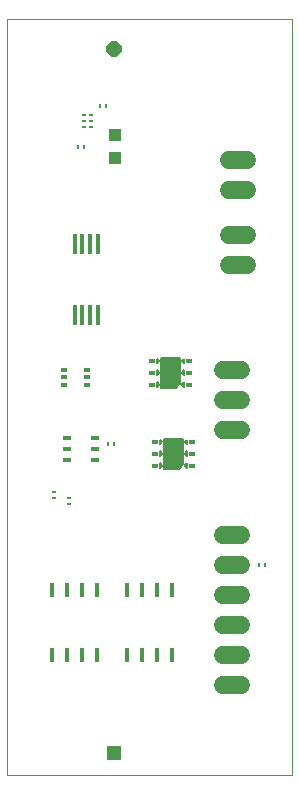
<source format=gts>
G75*
%MOIN*%
%OFA0B0*%
%FSLAX24Y24*%
%IPPOS*%
%LPD*%
%AMOC8*
5,1,8,0,0,1.08239X$1,22.5*
%
%ADD10C,0.0000*%
%ADD11R,0.0246X0.0177*%
%ADD12C,0.0060*%
%ADD13C,0.0050*%
%ADD14R,0.0177X0.0246*%
%ADD15R,0.0169X0.0110*%
%ADD16R,0.0165X0.0701*%
%ADD17OC8,0.0502*%
%ADD18R,0.0502X0.0502*%
%ADD19R,0.0236X0.0165*%
%ADD20R,0.0276X0.0157*%
%ADD21R,0.0098X0.0138*%
%ADD22R,0.0177X0.0472*%
%ADD23C,0.0600*%
%ADD24R,0.0118X0.0079*%
%ADD25R,0.0394X0.0394*%
%ADD26R,0.0110X0.0169*%
D10*
X000180Y000180D02*
X000180Y025380D01*
X009680Y025380D01*
X009680Y000180D01*
X000180Y000180D01*
D11*
X005108Y010496D03*
X005108Y010889D03*
X005108Y011283D03*
X005008Y013196D03*
X005008Y013589D03*
X005008Y013983D03*
X006238Y013983D03*
X006238Y013589D03*
X006238Y013196D03*
X006338Y011283D03*
X006338Y010889D03*
X006338Y010496D03*
D12*
X006176Y010476D02*
X006117Y010476D01*
X006117Y010515D01*
X006176Y010574D01*
X006176Y010417D01*
X006117Y010476D01*
X006136Y010535D02*
X006176Y010535D01*
X006176Y010418D02*
X006176Y010418D01*
X006176Y010811D02*
X006097Y010889D01*
X006176Y010968D01*
X006176Y010811D01*
X006176Y010827D02*
X006160Y010827D01*
X006176Y010886D02*
X006101Y010886D01*
X006152Y010944D02*
X006176Y010944D01*
X006176Y011204D02*
X006176Y011362D01*
X006117Y011283D01*
X006176Y011204D01*
X006176Y011237D02*
X006152Y011237D01*
X006176Y011295D02*
X006126Y011295D01*
X006170Y011354D02*
X006176Y011354D01*
X006076Y013117D02*
X006076Y013274D01*
X006017Y013215D01*
X006017Y013176D01*
X006076Y013117D01*
X006076Y013167D02*
X006026Y013167D01*
X006027Y013226D02*
X006076Y013226D01*
X006076Y013511D02*
X006076Y013668D01*
X005997Y013589D01*
X006076Y013511D01*
X006076Y013518D02*
X006069Y013518D01*
X006076Y013577D02*
X006010Y013577D01*
X006043Y013635D02*
X006076Y013635D01*
X006076Y013904D02*
X006076Y014062D01*
X006017Y013983D01*
X006076Y013904D01*
X006076Y013928D02*
X006059Y013928D01*
X006076Y013986D02*
X006019Y013986D01*
X006063Y014045D02*
X006076Y014045D01*
X005230Y013983D02*
X005171Y014062D01*
X005171Y013904D01*
X005230Y013983D01*
X005227Y013986D02*
X005171Y013986D01*
X005171Y013928D02*
X005188Y013928D01*
X005184Y014045D02*
X005171Y014045D01*
X005171Y013668D02*
X005171Y013511D01*
X005230Y013589D01*
X005171Y013668D01*
X005171Y013635D02*
X005195Y013635D01*
X005171Y013577D02*
X005220Y013577D01*
X005176Y013518D02*
X005171Y013518D01*
X005171Y013274D02*
X005171Y013117D01*
X005230Y013196D01*
X005171Y013274D01*
X005171Y013226D02*
X005207Y013226D01*
X005208Y013167D02*
X005171Y013167D01*
X005271Y011362D02*
X005271Y011204D01*
X005330Y011283D01*
X005271Y011362D01*
X005271Y011354D02*
X005277Y011354D01*
X005271Y011295D02*
X005321Y011295D01*
X005295Y011237D02*
X005271Y011237D01*
X005271Y010968D02*
X005271Y010811D01*
X005330Y010889D01*
X005271Y010968D01*
X005271Y010944D02*
X005289Y010944D01*
X005271Y010886D02*
X005327Y010886D01*
X005283Y010827D02*
X005271Y010827D01*
X005271Y010574D02*
X005271Y010417D01*
X005330Y010496D01*
X005271Y010574D01*
X005271Y010535D02*
X005301Y010535D01*
X005315Y010476D02*
X005271Y010476D01*
X005271Y010418D02*
X005271Y010418D01*
D13*
X005408Y010414D02*
X005917Y010414D01*
X005900Y010397D02*
X006038Y010535D01*
X006038Y011382D01*
X005408Y011382D01*
X005408Y010397D01*
X005900Y010397D01*
X005965Y010462D02*
X005408Y010462D01*
X005408Y010511D02*
X006014Y010511D01*
X006038Y010559D02*
X005408Y010559D01*
X005408Y010608D02*
X006038Y010608D01*
X006038Y010656D02*
X005408Y010656D01*
X005408Y010705D02*
X006038Y010705D01*
X006038Y010753D02*
X005408Y010753D01*
X005408Y010802D02*
X006038Y010802D01*
X006038Y010850D02*
X005408Y010850D01*
X005408Y010899D02*
X006038Y010899D01*
X006038Y010947D02*
X005408Y010947D01*
X005408Y010996D02*
X006038Y010996D01*
X006038Y011044D02*
X005408Y011044D01*
X005408Y011093D02*
X006038Y011093D01*
X006038Y011141D02*
X005408Y011141D01*
X005408Y011190D02*
X006038Y011190D01*
X006038Y011238D02*
X005408Y011238D01*
X005408Y011287D02*
X006038Y011287D01*
X006038Y011335D02*
X005408Y011335D01*
X005308Y013097D02*
X005800Y013097D01*
X005938Y013235D01*
X005938Y014082D01*
X005308Y014082D01*
X005308Y013097D01*
X005308Y013130D02*
X005833Y013130D01*
X005881Y013178D02*
X005308Y013178D01*
X005308Y013227D02*
X005930Y013227D01*
X005938Y013275D02*
X005308Y013275D01*
X005308Y013324D02*
X005938Y013324D01*
X005938Y013372D02*
X005308Y013372D01*
X005308Y013421D02*
X005938Y013421D01*
X005938Y013469D02*
X005308Y013469D01*
X005308Y013518D02*
X005938Y013518D01*
X005938Y013566D02*
X005308Y013566D01*
X005308Y013615D02*
X005938Y013615D01*
X005938Y013663D02*
X005308Y013663D01*
X005308Y013712D02*
X005938Y013712D01*
X005938Y013760D02*
X005308Y013760D01*
X005308Y013809D02*
X005938Y013809D01*
X005938Y013857D02*
X005308Y013857D01*
X005308Y013906D02*
X005938Y013906D01*
X005938Y013954D02*
X005308Y013954D01*
X005308Y014003D02*
X005938Y014003D01*
X005938Y014051D02*
X005308Y014051D01*
D14*
X005643Y013550D03*
X005743Y010850D03*
D15*
X002230Y009430D03*
X002230Y009230D03*
X001730Y009430D03*
X001730Y009630D03*
D16*
X002430Y015530D03*
X002686Y015530D03*
X002942Y015530D03*
X003198Y015530D03*
X003198Y017869D03*
X002942Y017869D03*
X002686Y017869D03*
X002430Y017869D03*
D17*
X003727Y024370D03*
D18*
X003727Y000905D03*
D19*
X002830Y013180D03*
X002830Y013436D03*
X002830Y013692D03*
X002082Y013692D03*
X002082Y013436D03*
X002082Y013180D03*
D20*
X002180Y011428D03*
X002180Y011054D03*
X002180Y010680D03*
X003125Y010680D03*
X003125Y011054D03*
X003125Y011428D03*
D21*
X003532Y011230D03*
X003728Y011230D03*
X002728Y021130D03*
X002532Y021130D03*
X003282Y022480D03*
X003478Y022480D03*
D22*
X003180Y006345D03*
X002680Y006345D03*
X002180Y006345D03*
X001680Y006345D03*
X001680Y004180D03*
X002180Y004180D03*
X002680Y004180D03*
X003180Y004180D03*
X004180Y004180D03*
X004680Y004180D03*
X005180Y004180D03*
X005680Y004180D03*
X005680Y006345D03*
X005180Y006345D03*
X004680Y006345D03*
X004180Y006345D03*
D23*
X007380Y006180D02*
X007980Y006180D01*
X007980Y005180D02*
X007380Y005180D01*
X007380Y004180D02*
X007980Y004180D01*
X007980Y003180D02*
X007380Y003180D01*
X007380Y007180D02*
X007980Y007180D01*
X007980Y008180D02*
X007380Y008180D01*
X007380Y011680D02*
X007980Y011680D01*
X007980Y012680D02*
X007380Y012680D01*
X007380Y013680D02*
X007980Y013680D01*
X008180Y017180D02*
X007580Y017180D01*
X007580Y018180D02*
X008180Y018180D01*
X008180Y019680D02*
X007580Y019680D01*
X007580Y020680D02*
X008180Y020680D01*
D24*
X002980Y021780D03*
X002980Y021977D03*
X002980Y022174D03*
X002744Y022174D03*
X002744Y021977D03*
X002744Y021780D03*
D25*
X003780Y021524D03*
X003780Y020736D03*
D26*
X008580Y007180D03*
X008780Y007180D03*
M02*

</source>
